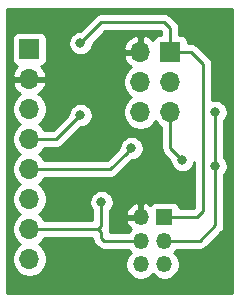
<source format=gbr>
G04 #@! TF.GenerationSoftware,KiCad,Pcbnew,(5.1.5-0-10_14)*
G04 #@! TF.CreationDate,2020-05-14T21:48:16+01:00*
G04 #@! TF.ProjectId,SnapICSP,536e6170-4943-4535-902e-6b696361645f,rev?*
G04 #@! TF.SameCoordinates,Original*
G04 #@! TF.FileFunction,Copper,L1,Top*
G04 #@! TF.FilePolarity,Positive*
%FSLAX46Y46*%
G04 Gerber Fmt 4.6, Leading zero omitted, Abs format (unit mm)*
G04 Created by KiCad (PCBNEW (5.1.5-0-10_14)) date 2020-05-14 21:48:16*
%MOMM*%
%LPD*%
G04 APERTURE LIST*
%ADD10R,1.700000X1.700000*%
%ADD11O,1.700000X1.700000*%
%ADD12R,1.350000X1.350000*%
%ADD13O,1.350000X1.350000*%
%ADD14C,0.800000*%
%ADD15C,0.250000*%
%ADD16C,0.254000*%
G04 APERTURE END LIST*
D10*
X88900000Y54356000D03*
D11*
X88900000Y51816000D03*
X88900000Y49276000D03*
X88900000Y46736000D03*
X88900000Y44196000D03*
X88900000Y41656000D03*
X88900000Y39116000D03*
X88900000Y36576000D03*
D12*
X100330000Y40132000D03*
D13*
X98330000Y40132000D03*
X100330000Y38132000D03*
X98330000Y38132000D03*
X100330000Y36132000D03*
X98330000Y36132000D03*
D10*
X100838000Y54102000D03*
D11*
X98298000Y54102000D03*
X100838000Y51562000D03*
X98298000Y51562000D03*
X100838000Y49022000D03*
X98298000Y49022000D03*
D14*
X94996000Y41402000D03*
X101854000Y44958000D03*
X104648000Y49022000D03*
X104647994Y44450000D03*
X97536000Y45974000D03*
X93218000Y54864000D03*
X93218000Y48768000D03*
D15*
X88900000Y39116000D02*
X94742000Y39116000D01*
X94742000Y39116000D02*
X94996000Y39370000D01*
X94996000Y40836315D02*
X94996000Y41402000D01*
X94996000Y39370000D02*
X94996000Y40836315D01*
X94996000Y38862000D02*
X94742000Y39116000D01*
X94996000Y38354000D02*
X94996000Y38862000D01*
X95218000Y38132000D02*
X94996000Y38354000D01*
X98330000Y38132000D02*
X95218000Y38132000D01*
X100838000Y49022000D02*
X100838000Y47819919D01*
X100838000Y45974000D02*
X101854000Y44958000D01*
X100838000Y47819919D02*
X100838000Y45974000D01*
X104648000Y49022000D02*
X104648000Y44450006D01*
X104647994Y39433994D02*
X104647994Y43884315D01*
X104648000Y44450006D02*
X104647994Y44450000D01*
X100330000Y38132000D02*
X103346000Y38132000D01*
X103346000Y38132000D02*
X104647994Y39433994D01*
X104647994Y43884315D02*
X104647994Y44450000D01*
X97136001Y45574001D02*
X97536000Y45974000D01*
X95758000Y44196000D02*
X97136001Y45574001D01*
X88900000Y44196000D02*
X95758000Y44196000D01*
X103124000Y40132000D02*
X100330000Y40132000D01*
X103632000Y40640000D02*
X103124000Y40132000D01*
X103632000Y53086000D02*
X103632000Y40640000D01*
X102616000Y54102000D02*
X103632000Y53086000D01*
X100838000Y54102000D02*
X102616000Y54102000D01*
X88900000Y46736000D02*
X91186000Y46736000D01*
X91186000Y46736000D02*
X93218000Y48768000D01*
X93218000Y54864000D02*
X94996000Y56642000D01*
X94996000Y56642000D02*
X94996000Y56642000D01*
X100838000Y56134000D02*
X100838000Y54102000D01*
X100330000Y56642000D02*
X100838000Y56134000D01*
X94996000Y56642000D02*
X100330000Y56642000D01*
D16*
G36*
X106020001Y33680000D02*
G01*
X87020000Y33680000D01*
X87020000Y49422260D01*
X87415000Y49422260D01*
X87415000Y49129740D01*
X87472068Y48842842D01*
X87584010Y48572589D01*
X87746525Y48329368D01*
X87953368Y48122525D01*
X88127760Y48006000D01*
X87953368Y47889475D01*
X87746525Y47682632D01*
X87584010Y47439411D01*
X87472068Y47169158D01*
X87415000Y46882260D01*
X87415000Y46589740D01*
X87472068Y46302842D01*
X87584010Y46032589D01*
X87746525Y45789368D01*
X87953368Y45582525D01*
X88127760Y45466000D01*
X87953368Y45349475D01*
X87746525Y45142632D01*
X87584010Y44899411D01*
X87472068Y44629158D01*
X87415000Y44342260D01*
X87415000Y44049740D01*
X87472068Y43762842D01*
X87584010Y43492589D01*
X87746525Y43249368D01*
X87953368Y43042525D01*
X88127760Y42926000D01*
X87953368Y42809475D01*
X87746525Y42602632D01*
X87584010Y42359411D01*
X87472068Y42089158D01*
X87415000Y41802260D01*
X87415000Y41509740D01*
X87472068Y41222842D01*
X87584010Y40952589D01*
X87746525Y40709368D01*
X87953368Y40502525D01*
X88127760Y40386000D01*
X87953368Y40269475D01*
X87746525Y40062632D01*
X87584010Y39819411D01*
X87472068Y39549158D01*
X87415000Y39262260D01*
X87415000Y38969740D01*
X87472068Y38682842D01*
X87584010Y38412589D01*
X87746525Y38169368D01*
X87953368Y37962525D01*
X88127760Y37846000D01*
X87953368Y37729475D01*
X87746525Y37522632D01*
X87584010Y37279411D01*
X87472068Y37009158D01*
X87415000Y36722260D01*
X87415000Y36429740D01*
X87472068Y36142842D01*
X87584010Y35872589D01*
X87746525Y35629368D01*
X87953368Y35422525D01*
X88196589Y35260010D01*
X88466842Y35148068D01*
X88753740Y35091000D01*
X89046260Y35091000D01*
X89333158Y35148068D01*
X89603411Y35260010D01*
X89846632Y35422525D01*
X90053475Y35629368D01*
X90215990Y35872589D01*
X90327932Y36142842D01*
X90385000Y36429740D01*
X90385000Y36722260D01*
X90327932Y37009158D01*
X90215990Y37279411D01*
X90053475Y37522632D01*
X89846632Y37729475D01*
X89672240Y37846000D01*
X89846632Y37962525D01*
X90053475Y38169368D01*
X90178178Y38356000D01*
X94232521Y38356000D01*
X94232324Y38354000D01*
X94236000Y38316678D01*
X94236000Y38316668D01*
X94246997Y38205015D01*
X94274910Y38112998D01*
X94290454Y38061754D01*
X94361026Y37929724D01*
X94391994Y37891990D01*
X94455999Y37813999D01*
X94485002Y37790197D01*
X94654200Y37620998D01*
X94677999Y37591999D01*
X94793724Y37497026D01*
X94925753Y37426454D01*
X95069014Y37382997D01*
X95180667Y37372000D01*
X95180676Y37372000D01*
X95217999Y37368324D01*
X95255322Y37372000D01*
X97262291Y37372000D01*
X97312456Y37296923D01*
X97477379Y37132000D01*
X97312456Y36967077D01*
X97169093Y36752518D01*
X97070342Y36514113D01*
X97020000Y36261024D01*
X97020000Y36002976D01*
X97070342Y35749887D01*
X97169093Y35511482D01*
X97312456Y35296923D01*
X97494923Y35114456D01*
X97709482Y34971093D01*
X97947887Y34872342D01*
X98200976Y34822000D01*
X98459024Y34822000D01*
X98712113Y34872342D01*
X98950518Y34971093D01*
X99165077Y35114456D01*
X99330000Y35279379D01*
X99494923Y35114456D01*
X99709482Y34971093D01*
X99947887Y34872342D01*
X100200976Y34822000D01*
X100459024Y34822000D01*
X100712113Y34872342D01*
X100950518Y34971093D01*
X101165077Y35114456D01*
X101347544Y35296923D01*
X101490907Y35511482D01*
X101589658Y35749887D01*
X101640000Y36002976D01*
X101640000Y36261024D01*
X101589658Y36514113D01*
X101490907Y36752518D01*
X101347544Y36967077D01*
X101182621Y37132000D01*
X101347544Y37296923D01*
X101397709Y37372000D01*
X103308678Y37372000D01*
X103346000Y37368324D01*
X103383322Y37372000D01*
X103383333Y37372000D01*
X103494986Y37382997D01*
X103638247Y37426454D01*
X103770276Y37497026D01*
X103886001Y37591999D01*
X103909804Y37621003D01*
X105158998Y38870196D01*
X105187995Y38893993D01*
X105282968Y39009718D01*
X105353540Y39141747D01*
X105396997Y39285008D01*
X105407994Y39396661D01*
X105407994Y39396662D01*
X105411671Y39433994D01*
X105407994Y39471327D01*
X105407994Y43746289D01*
X105451931Y43790226D01*
X105565199Y43959744D01*
X105643220Y44148102D01*
X105682994Y44348061D01*
X105682994Y44551939D01*
X105643220Y44751898D01*
X105565199Y44940256D01*
X105451931Y45109774D01*
X105408000Y45153705D01*
X105408000Y48318289D01*
X105451937Y48362226D01*
X105565205Y48531744D01*
X105643226Y48720102D01*
X105683000Y48920061D01*
X105683000Y49123939D01*
X105643226Y49323898D01*
X105565205Y49512256D01*
X105451937Y49681774D01*
X105307774Y49825937D01*
X105138256Y49939205D01*
X104949898Y50017226D01*
X104749939Y50057000D01*
X104546061Y50057000D01*
X104392000Y50026356D01*
X104392000Y53048678D01*
X104395676Y53086000D01*
X104392000Y53123323D01*
X104392000Y53123333D01*
X104381003Y53234986D01*
X104337546Y53378247D01*
X104266975Y53510275D01*
X104266974Y53510277D01*
X104195799Y53597003D01*
X104172001Y53626001D01*
X104143004Y53649798D01*
X103179804Y54612998D01*
X103156001Y54642001D01*
X103040276Y54736974D01*
X102908247Y54807546D01*
X102764986Y54851003D01*
X102653333Y54862000D01*
X102653322Y54862000D01*
X102616000Y54865676D01*
X102578678Y54862000D01*
X102326072Y54862000D01*
X102326072Y54952000D01*
X102313812Y55076482D01*
X102277502Y55196180D01*
X102218537Y55306494D01*
X102139185Y55403185D01*
X102042494Y55482537D01*
X101932180Y55541502D01*
X101812482Y55577812D01*
X101688000Y55590072D01*
X101598000Y55590072D01*
X101598000Y56096678D01*
X101601676Y56134001D01*
X101598000Y56171324D01*
X101598000Y56171333D01*
X101587003Y56282986D01*
X101543546Y56426247D01*
X101472974Y56558276D01*
X101378001Y56674001D01*
X101349003Y56697798D01*
X100893803Y57152998D01*
X100870001Y57182001D01*
X100754276Y57276974D01*
X100622247Y57347546D01*
X100478986Y57391003D01*
X100367333Y57402000D01*
X100367322Y57402000D01*
X100330000Y57405676D01*
X100292678Y57402000D01*
X95033325Y57402000D01*
X94996000Y57405676D01*
X94958675Y57402000D01*
X94958667Y57402000D01*
X94847014Y57391003D01*
X94703753Y57347546D01*
X94571724Y57276974D01*
X94455999Y57182001D01*
X94432201Y57153003D01*
X93178199Y55899000D01*
X93116061Y55899000D01*
X92916102Y55859226D01*
X92727744Y55781205D01*
X92558226Y55667937D01*
X92414063Y55523774D01*
X92300795Y55354256D01*
X92222774Y55165898D01*
X92183000Y54965939D01*
X92183000Y54762061D01*
X92222774Y54562102D01*
X92300795Y54373744D01*
X92414063Y54204226D01*
X92558226Y54060063D01*
X92727744Y53946795D01*
X92916102Y53868774D01*
X93116061Y53829000D01*
X93319939Y53829000D01*
X93519898Y53868774D01*
X93708256Y53946795D01*
X93877774Y54060063D01*
X94021937Y54204226D01*
X94135205Y54373744D01*
X94170473Y54458890D01*
X96856524Y54458890D01*
X96977845Y54229000D01*
X98171000Y54229000D01*
X98171000Y55422814D01*
X97941109Y55543481D01*
X97666748Y55446157D01*
X97416645Y55297178D01*
X97200412Y55102269D01*
X97026359Y54868920D01*
X96901175Y54606099D01*
X96856524Y54458890D01*
X94170473Y54458890D01*
X94213226Y54562102D01*
X94253000Y54762061D01*
X94253000Y54824199D01*
X95310802Y55882000D01*
X100015199Y55882000D01*
X100078000Y55819198D01*
X100078000Y55590072D01*
X99988000Y55590072D01*
X99863518Y55577812D01*
X99743820Y55541502D01*
X99633506Y55482537D01*
X99536815Y55403185D01*
X99457463Y55306494D01*
X99398498Y55196180D01*
X99375502Y55120374D01*
X99179355Y55297178D01*
X98929252Y55446157D01*
X98654891Y55543481D01*
X98425000Y55422814D01*
X98425000Y54229000D01*
X98445000Y54229000D01*
X98445000Y53975000D01*
X98425000Y53975000D01*
X98425000Y53955000D01*
X98171000Y53955000D01*
X98171000Y53975000D01*
X96977845Y53975000D01*
X96856524Y53745110D01*
X96901175Y53597901D01*
X97026359Y53335080D01*
X97200412Y53101731D01*
X97416645Y52906822D01*
X97533534Y52837195D01*
X97351368Y52715475D01*
X97144525Y52508632D01*
X96982010Y52265411D01*
X96870068Y51995158D01*
X96813000Y51708260D01*
X96813000Y51415740D01*
X96870068Y51128842D01*
X96982010Y50858589D01*
X97144525Y50615368D01*
X97351368Y50408525D01*
X97525760Y50292000D01*
X97351368Y50175475D01*
X97144525Y49968632D01*
X96982010Y49725411D01*
X96870068Y49455158D01*
X96813000Y49168260D01*
X96813000Y48875740D01*
X96870068Y48588842D01*
X96982010Y48318589D01*
X97144525Y48075368D01*
X97351368Y47868525D01*
X97594589Y47706010D01*
X97864842Y47594068D01*
X98151740Y47537000D01*
X98444260Y47537000D01*
X98731158Y47594068D01*
X99001411Y47706010D01*
X99244632Y47868525D01*
X99451475Y48075368D01*
X99568000Y48249760D01*
X99684525Y48075368D01*
X99891368Y47868525D01*
X100078000Y47743822D01*
X100078001Y46011332D01*
X100074324Y45974000D01*
X100088998Y45825015D01*
X100132454Y45681754D01*
X100203026Y45549724D01*
X100257175Y45483744D01*
X100298000Y45433999D01*
X100326998Y45410201D01*
X100819000Y44918198D01*
X100819000Y44856061D01*
X100858774Y44656102D01*
X100936795Y44467744D01*
X101050063Y44298226D01*
X101194226Y44154063D01*
X101363744Y44040795D01*
X101552102Y43962774D01*
X101752061Y43923000D01*
X101955939Y43923000D01*
X102155898Y43962774D01*
X102344256Y44040795D01*
X102513774Y44154063D01*
X102657937Y44298226D01*
X102771205Y44467744D01*
X102849226Y44656102D01*
X102872001Y44770599D01*
X102872001Y40954803D01*
X102809199Y40892000D01*
X101634701Y40892000D01*
X101630812Y40931482D01*
X101594502Y41051180D01*
X101535537Y41161494D01*
X101456185Y41258185D01*
X101359494Y41337537D01*
X101249180Y41396502D01*
X101129482Y41432812D01*
X101005000Y41445072D01*
X99655000Y41445072D01*
X99530518Y41432812D01*
X99410820Y41396502D01*
X99300506Y41337537D01*
X99203815Y41258185D01*
X99129744Y41167929D01*
X99119537Y41177344D01*
X98900430Y41311289D01*
X98659401Y41399915D01*
X98457000Y41277085D01*
X98457000Y40259000D01*
X98477000Y40259000D01*
X98477000Y40005000D01*
X98457000Y40005000D01*
X98457000Y39985000D01*
X98203000Y39985000D01*
X98203000Y40005000D01*
X97185776Y40005000D01*
X97062090Y39802600D01*
X97092762Y39701472D01*
X97200527Y39468371D01*
X97351697Y39260773D01*
X97484060Y39138681D01*
X97312456Y38967077D01*
X97262291Y38892000D01*
X95756721Y38892000D01*
X95756000Y38899324D01*
X95756000Y38899333D01*
X95745003Y39010986D01*
X95713148Y39116000D01*
X95745003Y39221014D01*
X95756000Y39332667D01*
X95756000Y39332676D01*
X95759676Y39369999D01*
X95756000Y39407322D01*
X95756000Y40461400D01*
X97062090Y40461400D01*
X97185776Y40259000D01*
X98203000Y40259000D01*
X98203000Y41277085D01*
X98000599Y41399915D01*
X97759570Y41311289D01*
X97540463Y41177344D01*
X97351697Y41003227D01*
X97200527Y40795629D01*
X97092762Y40562528D01*
X97062090Y40461400D01*
X95756000Y40461400D01*
X95756000Y40698289D01*
X95799937Y40742226D01*
X95913205Y40911744D01*
X95991226Y41100102D01*
X96031000Y41300061D01*
X96031000Y41503939D01*
X95991226Y41703898D01*
X95913205Y41892256D01*
X95799937Y42061774D01*
X95655774Y42205937D01*
X95486256Y42319205D01*
X95297898Y42397226D01*
X95097939Y42437000D01*
X94894061Y42437000D01*
X94694102Y42397226D01*
X94505744Y42319205D01*
X94336226Y42205937D01*
X94192063Y42061774D01*
X94078795Y41892256D01*
X94000774Y41703898D01*
X93961000Y41503939D01*
X93961000Y41300061D01*
X94000774Y41100102D01*
X94078795Y40911744D01*
X94192063Y40742226D01*
X94236001Y40698288D01*
X94236000Y39876000D01*
X90178178Y39876000D01*
X90053475Y40062632D01*
X89846632Y40269475D01*
X89672240Y40386000D01*
X89846632Y40502525D01*
X90053475Y40709368D01*
X90215990Y40952589D01*
X90327932Y41222842D01*
X90385000Y41509740D01*
X90385000Y41802260D01*
X90327932Y42089158D01*
X90215990Y42359411D01*
X90053475Y42602632D01*
X89846632Y42809475D01*
X89672240Y42926000D01*
X89846632Y43042525D01*
X90053475Y43249368D01*
X90178178Y43436000D01*
X95720678Y43436000D01*
X95758000Y43432324D01*
X95795322Y43436000D01*
X95795333Y43436000D01*
X95906986Y43446997D01*
X96050247Y43490454D01*
X96182276Y43561026D01*
X96298001Y43655999D01*
X96321804Y43685003D01*
X97575802Y44939000D01*
X97637939Y44939000D01*
X97837898Y44978774D01*
X98026256Y45056795D01*
X98195774Y45170063D01*
X98339937Y45314226D01*
X98453205Y45483744D01*
X98531226Y45672102D01*
X98571000Y45872061D01*
X98571000Y46075939D01*
X98531226Y46275898D01*
X98453205Y46464256D01*
X98339937Y46633774D01*
X98195774Y46777937D01*
X98026256Y46891205D01*
X97837898Y46969226D01*
X97637939Y47009000D01*
X97434061Y47009000D01*
X97234102Y46969226D01*
X97045744Y46891205D01*
X96876226Y46777937D01*
X96732063Y46633774D01*
X96618795Y46464256D01*
X96540774Y46275898D01*
X96501000Y46075939D01*
X96501000Y46013802D01*
X95443199Y44956000D01*
X90178178Y44956000D01*
X90053475Y45142632D01*
X89846632Y45349475D01*
X89672240Y45466000D01*
X89846632Y45582525D01*
X90053475Y45789368D01*
X90178178Y45976000D01*
X91148678Y45976000D01*
X91186000Y45972324D01*
X91223322Y45976000D01*
X91223333Y45976000D01*
X91334986Y45986997D01*
X91478247Y46030454D01*
X91610276Y46101026D01*
X91726001Y46195999D01*
X91749804Y46225003D01*
X93257802Y47733000D01*
X93319939Y47733000D01*
X93519898Y47772774D01*
X93708256Y47850795D01*
X93877774Y47964063D01*
X94021937Y48108226D01*
X94135205Y48277744D01*
X94213226Y48466102D01*
X94253000Y48666061D01*
X94253000Y48869939D01*
X94213226Y49069898D01*
X94135205Y49258256D01*
X94021937Y49427774D01*
X93877774Y49571937D01*
X93708256Y49685205D01*
X93519898Y49763226D01*
X93319939Y49803000D01*
X93116061Y49803000D01*
X92916102Y49763226D01*
X92727744Y49685205D01*
X92558226Y49571937D01*
X92414063Y49427774D01*
X92300795Y49258256D01*
X92222774Y49069898D01*
X92183000Y48869939D01*
X92183000Y48807802D01*
X90871199Y47496000D01*
X90178178Y47496000D01*
X90053475Y47682632D01*
X89846632Y47889475D01*
X89672240Y48006000D01*
X89846632Y48122525D01*
X90053475Y48329368D01*
X90215990Y48572589D01*
X90327932Y48842842D01*
X90385000Y49129740D01*
X90385000Y49422260D01*
X90327932Y49709158D01*
X90215990Y49979411D01*
X90053475Y50222632D01*
X89846632Y50429475D01*
X89664466Y50551195D01*
X89781355Y50620822D01*
X89997588Y50815731D01*
X90171641Y51049080D01*
X90296825Y51311901D01*
X90341476Y51459110D01*
X90220155Y51689000D01*
X89027000Y51689000D01*
X89027000Y51669000D01*
X88773000Y51669000D01*
X88773000Y51689000D01*
X87579845Y51689000D01*
X87458524Y51459110D01*
X87503175Y51311901D01*
X87628359Y51049080D01*
X87802412Y50815731D01*
X88018645Y50620822D01*
X88135534Y50551195D01*
X87953368Y50429475D01*
X87746525Y50222632D01*
X87584010Y49979411D01*
X87472068Y49709158D01*
X87415000Y49422260D01*
X87020000Y49422260D01*
X87020000Y55206000D01*
X87411928Y55206000D01*
X87411928Y53506000D01*
X87424188Y53381518D01*
X87460498Y53261820D01*
X87519463Y53151506D01*
X87598815Y53054815D01*
X87695506Y52975463D01*
X87805820Y52916498D01*
X87886466Y52892034D01*
X87802412Y52816269D01*
X87628359Y52582920D01*
X87503175Y52320099D01*
X87458524Y52172890D01*
X87579845Y51943000D01*
X88773000Y51943000D01*
X88773000Y51963000D01*
X89027000Y51963000D01*
X89027000Y51943000D01*
X90220155Y51943000D01*
X90341476Y52172890D01*
X90296825Y52320099D01*
X90171641Y52582920D01*
X89997588Y52816269D01*
X89913534Y52892034D01*
X89994180Y52916498D01*
X90104494Y52975463D01*
X90201185Y53054815D01*
X90280537Y53151506D01*
X90339502Y53261820D01*
X90375812Y53381518D01*
X90388072Y53506000D01*
X90388072Y55206000D01*
X90375812Y55330482D01*
X90339502Y55450180D01*
X90280537Y55560494D01*
X90201185Y55657185D01*
X90104494Y55736537D01*
X89994180Y55795502D01*
X89874482Y55831812D01*
X89750000Y55844072D01*
X88050000Y55844072D01*
X87925518Y55831812D01*
X87805820Y55795502D01*
X87695506Y55736537D01*
X87598815Y55657185D01*
X87519463Y55560494D01*
X87460498Y55450180D01*
X87424188Y55330482D01*
X87411928Y55206000D01*
X87020000Y55206000D01*
X87020000Y57760000D01*
X106020000Y57760000D01*
X106020001Y33680000D01*
G37*
X106020001Y33680000D02*
X87020000Y33680000D01*
X87020000Y49422260D01*
X87415000Y49422260D01*
X87415000Y49129740D01*
X87472068Y48842842D01*
X87584010Y48572589D01*
X87746525Y48329368D01*
X87953368Y48122525D01*
X88127760Y48006000D01*
X87953368Y47889475D01*
X87746525Y47682632D01*
X87584010Y47439411D01*
X87472068Y47169158D01*
X87415000Y46882260D01*
X87415000Y46589740D01*
X87472068Y46302842D01*
X87584010Y46032589D01*
X87746525Y45789368D01*
X87953368Y45582525D01*
X88127760Y45466000D01*
X87953368Y45349475D01*
X87746525Y45142632D01*
X87584010Y44899411D01*
X87472068Y44629158D01*
X87415000Y44342260D01*
X87415000Y44049740D01*
X87472068Y43762842D01*
X87584010Y43492589D01*
X87746525Y43249368D01*
X87953368Y43042525D01*
X88127760Y42926000D01*
X87953368Y42809475D01*
X87746525Y42602632D01*
X87584010Y42359411D01*
X87472068Y42089158D01*
X87415000Y41802260D01*
X87415000Y41509740D01*
X87472068Y41222842D01*
X87584010Y40952589D01*
X87746525Y40709368D01*
X87953368Y40502525D01*
X88127760Y40386000D01*
X87953368Y40269475D01*
X87746525Y40062632D01*
X87584010Y39819411D01*
X87472068Y39549158D01*
X87415000Y39262260D01*
X87415000Y38969740D01*
X87472068Y38682842D01*
X87584010Y38412589D01*
X87746525Y38169368D01*
X87953368Y37962525D01*
X88127760Y37846000D01*
X87953368Y37729475D01*
X87746525Y37522632D01*
X87584010Y37279411D01*
X87472068Y37009158D01*
X87415000Y36722260D01*
X87415000Y36429740D01*
X87472068Y36142842D01*
X87584010Y35872589D01*
X87746525Y35629368D01*
X87953368Y35422525D01*
X88196589Y35260010D01*
X88466842Y35148068D01*
X88753740Y35091000D01*
X89046260Y35091000D01*
X89333158Y35148068D01*
X89603411Y35260010D01*
X89846632Y35422525D01*
X90053475Y35629368D01*
X90215990Y35872589D01*
X90327932Y36142842D01*
X90385000Y36429740D01*
X90385000Y36722260D01*
X90327932Y37009158D01*
X90215990Y37279411D01*
X90053475Y37522632D01*
X89846632Y37729475D01*
X89672240Y37846000D01*
X89846632Y37962525D01*
X90053475Y38169368D01*
X90178178Y38356000D01*
X94232521Y38356000D01*
X94232324Y38354000D01*
X94236000Y38316678D01*
X94236000Y38316668D01*
X94246997Y38205015D01*
X94274910Y38112998D01*
X94290454Y38061754D01*
X94361026Y37929724D01*
X94391994Y37891990D01*
X94455999Y37813999D01*
X94485002Y37790197D01*
X94654200Y37620998D01*
X94677999Y37591999D01*
X94793724Y37497026D01*
X94925753Y37426454D01*
X95069014Y37382997D01*
X95180667Y37372000D01*
X95180676Y37372000D01*
X95217999Y37368324D01*
X95255322Y37372000D01*
X97262291Y37372000D01*
X97312456Y37296923D01*
X97477379Y37132000D01*
X97312456Y36967077D01*
X97169093Y36752518D01*
X97070342Y36514113D01*
X97020000Y36261024D01*
X97020000Y36002976D01*
X97070342Y35749887D01*
X97169093Y35511482D01*
X97312456Y35296923D01*
X97494923Y35114456D01*
X97709482Y34971093D01*
X97947887Y34872342D01*
X98200976Y34822000D01*
X98459024Y34822000D01*
X98712113Y34872342D01*
X98950518Y34971093D01*
X99165077Y35114456D01*
X99330000Y35279379D01*
X99494923Y35114456D01*
X99709482Y34971093D01*
X99947887Y34872342D01*
X100200976Y34822000D01*
X100459024Y34822000D01*
X100712113Y34872342D01*
X100950518Y34971093D01*
X101165077Y35114456D01*
X101347544Y35296923D01*
X101490907Y35511482D01*
X101589658Y35749887D01*
X101640000Y36002976D01*
X101640000Y36261024D01*
X101589658Y36514113D01*
X101490907Y36752518D01*
X101347544Y36967077D01*
X101182621Y37132000D01*
X101347544Y37296923D01*
X101397709Y37372000D01*
X103308678Y37372000D01*
X103346000Y37368324D01*
X103383322Y37372000D01*
X103383333Y37372000D01*
X103494986Y37382997D01*
X103638247Y37426454D01*
X103770276Y37497026D01*
X103886001Y37591999D01*
X103909804Y37621003D01*
X105158998Y38870196D01*
X105187995Y38893993D01*
X105282968Y39009718D01*
X105353540Y39141747D01*
X105396997Y39285008D01*
X105407994Y39396661D01*
X105407994Y39396662D01*
X105411671Y39433994D01*
X105407994Y39471327D01*
X105407994Y43746289D01*
X105451931Y43790226D01*
X105565199Y43959744D01*
X105643220Y44148102D01*
X105682994Y44348061D01*
X105682994Y44551939D01*
X105643220Y44751898D01*
X105565199Y44940256D01*
X105451931Y45109774D01*
X105408000Y45153705D01*
X105408000Y48318289D01*
X105451937Y48362226D01*
X105565205Y48531744D01*
X105643226Y48720102D01*
X105683000Y48920061D01*
X105683000Y49123939D01*
X105643226Y49323898D01*
X105565205Y49512256D01*
X105451937Y49681774D01*
X105307774Y49825937D01*
X105138256Y49939205D01*
X104949898Y50017226D01*
X104749939Y50057000D01*
X104546061Y50057000D01*
X104392000Y50026356D01*
X104392000Y53048678D01*
X104395676Y53086000D01*
X104392000Y53123323D01*
X104392000Y53123333D01*
X104381003Y53234986D01*
X104337546Y53378247D01*
X104266975Y53510275D01*
X104266974Y53510277D01*
X104195799Y53597003D01*
X104172001Y53626001D01*
X104143004Y53649798D01*
X103179804Y54612998D01*
X103156001Y54642001D01*
X103040276Y54736974D01*
X102908247Y54807546D01*
X102764986Y54851003D01*
X102653333Y54862000D01*
X102653322Y54862000D01*
X102616000Y54865676D01*
X102578678Y54862000D01*
X102326072Y54862000D01*
X102326072Y54952000D01*
X102313812Y55076482D01*
X102277502Y55196180D01*
X102218537Y55306494D01*
X102139185Y55403185D01*
X102042494Y55482537D01*
X101932180Y55541502D01*
X101812482Y55577812D01*
X101688000Y55590072D01*
X101598000Y55590072D01*
X101598000Y56096678D01*
X101601676Y56134001D01*
X101598000Y56171324D01*
X101598000Y56171333D01*
X101587003Y56282986D01*
X101543546Y56426247D01*
X101472974Y56558276D01*
X101378001Y56674001D01*
X101349003Y56697798D01*
X100893803Y57152998D01*
X100870001Y57182001D01*
X100754276Y57276974D01*
X100622247Y57347546D01*
X100478986Y57391003D01*
X100367333Y57402000D01*
X100367322Y57402000D01*
X100330000Y57405676D01*
X100292678Y57402000D01*
X95033325Y57402000D01*
X94996000Y57405676D01*
X94958675Y57402000D01*
X94958667Y57402000D01*
X94847014Y57391003D01*
X94703753Y57347546D01*
X94571724Y57276974D01*
X94455999Y57182001D01*
X94432201Y57153003D01*
X93178199Y55899000D01*
X93116061Y55899000D01*
X92916102Y55859226D01*
X92727744Y55781205D01*
X92558226Y55667937D01*
X92414063Y55523774D01*
X92300795Y55354256D01*
X92222774Y55165898D01*
X92183000Y54965939D01*
X92183000Y54762061D01*
X92222774Y54562102D01*
X92300795Y54373744D01*
X92414063Y54204226D01*
X92558226Y54060063D01*
X92727744Y53946795D01*
X92916102Y53868774D01*
X93116061Y53829000D01*
X93319939Y53829000D01*
X93519898Y53868774D01*
X93708256Y53946795D01*
X93877774Y54060063D01*
X94021937Y54204226D01*
X94135205Y54373744D01*
X94170473Y54458890D01*
X96856524Y54458890D01*
X96977845Y54229000D01*
X98171000Y54229000D01*
X98171000Y55422814D01*
X97941109Y55543481D01*
X97666748Y55446157D01*
X97416645Y55297178D01*
X97200412Y55102269D01*
X97026359Y54868920D01*
X96901175Y54606099D01*
X96856524Y54458890D01*
X94170473Y54458890D01*
X94213226Y54562102D01*
X94253000Y54762061D01*
X94253000Y54824199D01*
X95310802Y55882000D01*
X100015199Y55882000D01*
X100078000Y55819198D01*
X100078000Y55590072D01*
X99988000Y55590072D01*
X99863518Y55577812D01*
X99743820Y55541502D01*
X99633506Y55482537D01*
X99536815Y55403185D01*
X99457463Y55306494D01*
X99398498Y55196180D01*
X99375502Y55120374D01*
X99179355Y55297178D01*
X98929252Y55446157D01*
X98654891Y55543481D01*
X98425000Y55422814D01*
X98425000Y54229000D01*
X98445000Y54229000D01*
X98445000Y53975000D01*
X98425000Y53975000D01*
X98425000Y53955000D01*
X98171000Y53955000D01*
X98171000Y53975000D01*
X96977845Y53975000D01*
X96856524Y53745110D01*
X96901175Y53597901D01*
X97026359Y53335080D01*
X97200412Y53101731D01*
X97416645Y52906822D01*
X97533534Y52837195D01*
X97351368Y52715475D01*
X97144525Y52508632D01*
X96982010Y52265411D01*
X96870068Y51995158D01*
X96813000Y51708260D01*
X96813000Y51415740D01*
X96870068Y51128842D01*
X96982010Y50858589D01*
X97144525Y50615368D01*
X97351368Y50408525D01*
X97525760Y50292000D01*
X97351368Y50175475D01*
X97144525Y49968632D01*
X96982010Y49725411D01*
X96870068Y49455158D01*
X96813000Y49168260D01*
X96813000Y48875740D01*
X96870068Y48588842D01*
X96982010Y48318589D01*
X97144525Y48075368D01*
X97351368Y47868525D01*
X97594589Y47706010D01*
X97864842Y47594068D01*
X98151740Y47537000D01*
X98444260Y47537000D01*
X98731158Y47594068D01*
X99001411Y47706010D01*
X99244632Y47868525D01*
X99451475Y48075368D01*
X99568000Y48249760D01*
X99684525Y48075368D01*
X99891368Y47868525D01*
X100078000Y47743822D01*
X100078001Y46011332D01*
X100074324Y45974000D01*
X100088998Y45825015D01*
X100132454Y45681754D01*
X100203026Y45549724D01*
X100257175Y45483744D01*
X100298000Y45433999D01*
X100326998Y45410201D01*
X100819000Y44918198D01*
X100819000Y44856061D01*
X100858774Y44656102D01*
X100936795Y44467744D01*
X101050063Y44298226D01*
X101194226Y44154063D01*
X101363744Y44040795D01*
X101552102Y43962774D01*
X101752061Y43923000D01*
X101955939Y43923000D01*
X102155898Y43962774D01*
X102344256Y44040795D01*
X102513774Y44154063D01*
X102657937Y44298226D01*
X102771205Y44467744D01*
X102849226Y44656102D01*
X102872001Y44770599D01*
X102872001Y40954803D01*
X102809199Y40892000D01*
X101634701Y40892000D01*
X101630812Y40931482D01*
X101594502Y41051180D01*
X101535537Y41161494D01*
X101456185Y41258185D01*
X101359494Y41337537D01*
X101249180Y41396502D01*
X101129482Y41432812D01*
X101005000Y41445072D01*
X99655000Y41445072D01*
X99530518Y41432812D01*
X99410820Y41396502D01*
X99300506Y41337537D01*
X99203815Y41258185D01*
X99129744Y41167929D01*
X99119537Y41177344D01*
X98900430Y41311289D01*
X98659401Y41399915D01*
X98457000Y41277085D01*
X98457000Y40259000D01*
X98477000Y40259000D01*
X98477000Y40005000D01*
X98457000Y40005000D01*
X98457000Y39985000D01*
X98203000Y39985000D01*
X98203000Y40005000D01*
X97185776Y40005000D01*
X97062090Y39802600D01*
X97092762Y39701472D01*
X97200527Y39468371D01*
X97351697Y39260773D01*
X97484060Y39138681D01*
X97312456Y38967077D01*
X97262291Y38892000D01*
X95756721Y38892000D01*
X95756000Y38899324D01*
X95756000Y38899333D01*
X95745003Y39010986D01*
X95713148Y39116000D01*
X95745003Y39221014D01*
X95756000Y39332667D01*
X95756000Y39332676D01*
X95759676Y39369999D01*
X95756000Y39407322D01*
X95756000Y40461400D01*
X97062090Y40461400D01*
X97185776Y40259000D01*
X98203000Y40259000D01*
X98203000Y41277085D01*
X98000599Y41399915D01*
X97759570Y41311289D01*
X97540463Y41177344D01*
X97351697Y41003227D01*
X97200527Y40795629D01*
X97092762Y40562528D01*
X97062090Y40461400D01*
X95756000Y40461400D01*
X95756000Y40698289D01*
X95799937Y40742226D01*
X95913205Y40911744D01*
X95991226Y41100102D01*
X96031000Y41300061D01*
X96031000Y41503939D01*
X95991226Y41703898D01*
X95913205Y41892256D01*
X95799937Y42061774D01*
X95655774Y42205937D01*
X95486256Y42319205D01*
X95297898Y42397226D01*
X95097939Y42437000D01*
X94894061Y42437000D01*
X94694102Y42397226D01*
X94505744Y42319205D01*
X94336226Y42205937D01*
X94192063Y42061774D01*
X94078795Y41892256D01*
X94000774Y41703898D01*
X93961000Y41503939D01*
X93961000Y41300061D01*
X94000774Y41100102D01*
X94078795Y40911744D01*
X94192063Y40742226D01*
X94236001Y40698288D01*
X94236000Y39876000D01*
X90178178Y39876000D01*
X90053475Y40062632D01*
X89846632Y40269475D01*
X89672240Y40386000D01*
X89846632Y40502525D01*
X90053475Y40709368D01*
X90215990Y40952589D01*
X90327932Y41222842D01*
X90385000Y41509740D01*
X90385000Y41802260D01*
X90327932Y42089158D01*
X90215990Y42359411D01*
X90053475Y42602632D01*
X89846632Y42809475D01*
X89672240Y42926000D01*
X89846632Y43042525D01*
X90053475Y43249368D01*
X90178178Y43436000D01*
X95720678Y43436000D01*
X95758000Y43432324D01*
X95795322Y43436000D01*
X95795333Y43436000D01*
X95906986Y43446997D01*
X96050247Y43490454D01*
X96182276Y43561026D01*
X96298001Y43655999D01*
X96321804Y43685003D01*
X97575802Y44939000D01*
X97637939Y44939000D01*
X97837898Y44978774D01*
X98026256Y45056795D01*
X98195774Y45170063D01*
X98339937Y45314226D01*
X98453205Y45483744D01*
X98531226Y45672102D01*
X98571000Y45872061D01*
X98571000Y46075939D01*
X98531226Y46275898D01*
X98453205Y46464256D01*
X98339937Y46633774D01*
X98195774Y46777937D01*
X98026256Y46891205D01*
X97837898Y46969226D01*
X97637939Y47009000D01*
X97434061Y47009000D01*
X97234102Y46969226D01*
X97045744Y46891205D01*
X96876226Y46777937D01*
X96732063Y46633774D01*
X96618795Y46464256D01*
X96540774Y46275898D01*
X96501000Y46075939D01*
X96501000Y46013802D01*
X95443199Y44956000D01*
X90178178Y44956000D01*
X90053475Y45142632D01*
X89846632Y45349475D01*
X89672240Y45466000D01*
X89846632Y45582525D01*
X90053475Y45789368D01*
X90178178Y45976000D01*
X91148678Y45976000D01*
X91186000Y45972324D01*
X91223322Y45976000D01*
X91223333Y45976000D01*
X91334986Y45986997D01*
X91478247Y46030454D01*
X91610276Y46101026D01*
X91726001Y46195999D01*
X91749804Y46225003D01*
X93257802Y47733000D01*
X93319939Y47733000D01*
X93519898Y47772774D01*
X93708256Y47850795D01*
X93877774Y47964063D01*
X94021937Y48108226D01*
X94135205Y48277744D01*
X94213226Y48466102D01*
X94253000Y48666061D01*
X94253000Y48869939D01*
X94213226Y49069898D01*
X94135205Y49258256D01*
X94021937Y49427774D01*
X93877774Y49571937D01*
X93708256Y49685205D01*
X93519898Y49763226D01*
X93319939Y49803000D01*
X93116061Y49803000D01*
X92916102Y49763226D01*
X92727744Y49685205D01*
X92558226Y49571937D01*
X92414063Y49427774D01*
X92300795Y49258256D01*
X92222774Y49069898D01*
X92183000Y48869939D01*
X92183000Y48807802D01*
X90871199Y47496000D01*
X90178178Y47496000D01*
X90053475Y47682632D01*
X89846632Y47889475D01*
X89672240Y48006000D01*
X89846632Y48122525D01*
X90053475Y48329368D01*
X90215990Y48572589D01*
X90327932Y48842842D01*
X90385000Y49129740D01*
X90385000Y49422260D01*
X90327932Y49709158D01*
X90215990Y49979411D01*
X90053475Y50222632D01*
X89846632Y50429475D01*
X89664466Y50551195D01*
X89781355Y50620822D01*
X89997588Y50815731D01*
X90171641Y51049080D01*
X90296825Y51311901D01*
X90341476Y51459110D01*
X90220155Y51689000D01*
X89027000Y51689000D01*
X89027000Y51669000D01*
X88773000Y51669000D01*
X88773000Y51689000D01*
X87579845Y51689000D01*
X87458524Y51459110D01*
X87503175Y51311901D01*
X87628359Y51049080D01*
X87802412Y50815731D01*
X88018645Y50620822D01*
X88135534Y50551195D01*
X87953368Y50429475D01*
X87746525Y50222632D01*
X87584010Y49979411D01*
X87472068Y49709158D01*
X87415000Y49422260D01*
X87020000Y49422260D01*
X87020000Y55206000D01*
X87411928Y55206000D01*
X87411928Y53506000D01*
X87424188Y53381518D01*
X87460498Y53261820D01*
X87519463Y53151506D01*
X87598815Y53054815D01*
X87695506Y52975463D01*
X87805820Y52916498D01*
X87886466Y52892034D01*
X87802412Y52816269D01*
X87628359Y52582920D01*
X87503175Y52320099D01*
X87458524Y52172890D01*
X87579845Y51943000D01*
X88773000Y51943000D01*
X88773000Y51963000D01*
X89027000Y51963000D01*
X89027000Y51943000D01*
X90220155Y51943000D01*
X90341476Y52172890D01*
X90296825Y52320099D01*
X90171641Y52582920D01*
X89997588Y52816269D01*
X89913534Y52892034D01*
X89994180Y52916498D01*
X90104494Y52975463D01*
X90201185Y53054815D01*
X90280537Y53151506D01*
X90339502Y53261820D01*
X90375812Y53381518D01*
X90388072Y53506000D01*
X90388072Y55206000D01*
X90375812Y55330482D01*
X90339502Y55450180D01*
X90280537Y55560494D01*
X90201185Y55657185D01*
X90104494Y55736537D01*
X89994180Y55795502D01*
X89874482Y55831812D01*
X89750000Y55844072D01*
X88050000Y55844072D01*
X87925518Y55831812D01*
X87805820Y55795502D01*
X87695506Y55736537D01*
X87598815Y55657185D01*
X87519463Y55560494D01*
X87460498Y55450180D01*
X87424188Y55330482D01*
X87411928Y55206000D01*
X87020000Y55206000D01*
X87020000Y57760000D01*
X106020000Y57760000D01*
X106020001Y33680000D01*
M02*

</source>
